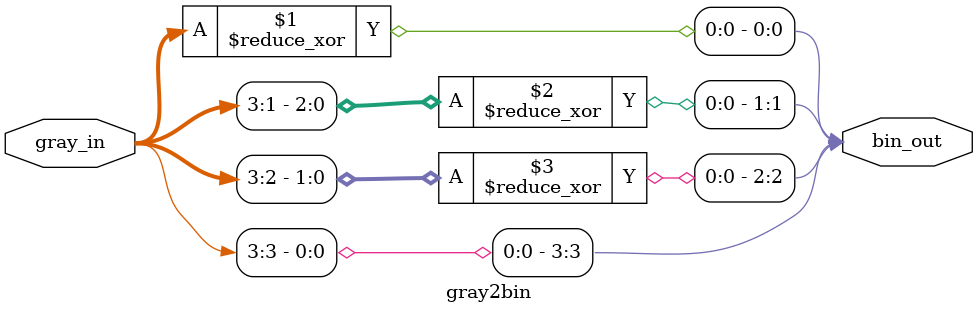
<source format=sv>
`timescale 1ps / 1ps
module gray2bin #(parameter NUMBER_OF_BITS = 4)
				(input logic [NUMBER_OF_BITS - 1:0] gray_in,
				output logic [NUMBER_OF_BITS - 1:0] bin_out);
	genvar i;
	generate
		for (i = 0; i < NUMBER_OF_BITS; i = i+1)
		begin
			assign bin_out[i] = ^gray_in[NUMBER_OF_BITS - 1:i];
		end
	endgenerate
endmodule

</source>
